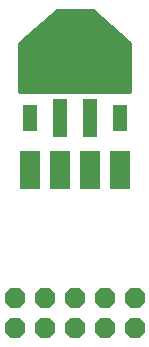
<source format=gts>
G75*
G70*
%OFA0B0*%
%FSLAX24Y24*%
%IPPOS*%
%LPD*%
%AMOC8*
5,1,8,0,0,1.08239X$1,22.5*
%
%ADD10C,0.0100*%
%ADD11R,0.0474X0.1261*%
%ADD12R,0.0474X0.0867*%
%ADD13OC8,0.0680*%
%ADD14R,0.0671X0.1261*%
D10*
X002541Y009491D02*
X006241Y009491D01*
X006241Y011141D01*
X004991Y012241D01*
X003791Y012241D01*
X002541Y011141D01*
X002541Y009491D01*
X002541Y009503D02*
X006241Y009503D01*
X006241Y009601D02*
X002541Y009601D01*
X002541Y009700D02*
X006241Y009700D01*
X006241Y009798D02*
X002541Y009798D01*
X002541Y009897D02*
X006241Y009897D01*
X006241Y009995D02*
X002541Y009995D01*
X002541Y010094D02*
X006241Y010094D01*
X006241Y010193D02*
X002541Y010193D01*
X002541Y010291D02*
X006241Y010291D01*
X006241Y010390D02*
X002541Y010390D01*
X002541Y010488D02*
X006241Y010488D01*
X006241Y010587D02*
X002541Y010587D01*
X002541Y010685D02*
X006241Y010685D01*
X006241Y010784D02*
X002541Y010784D01*
X002541Y010882D02*
X006241Y010882D01*
X006241Y010981D02*
X002541Y010981D01*
X002541Y011079D02*
X006241Y011079D01*
X006199Y011178D02*
X002583Y011178D01*
X002695Y011276D02*
X006087Y011276D01*
X005975Y011375D02*
X002807Y011375D01*
X002919Y011474D02*
X005863Y011474D01*
X005751Y011572D02*
X003031Y011572D01*
X003143Y011671D02*
X005639Y011671D01*
X005527Y011769D02*
X003255Y011769D01*
X003367Y011868D02*
X005415Y011868D01*
X005303Y011966D02*
X003479Y011966D01*
X003591Y012065D02*
X005191Y012065D01*
X005079Y012163D02*
X003703Y012163D01*
D11*
X003891Y008641D03*
X004891Y008641D03*
D12*
X005891Y008641D03*
X002891Y008641D03*
D13*
X002391Y001641D03*
X002391Y002641D03*
X003391Y002641D03*
X003391Y001641D03*
X004391Y001641D03*
X004391Y002641D03*
X005391Y002641D03*
X005391Y001641D03*
X006391Y001641D03*
X006391Y002641D03*
D14*
X005891Y006891D03*
X004891Y006891D03*
X003891Y006891D03*
X002891Y006891D03*
M02*

</source>
